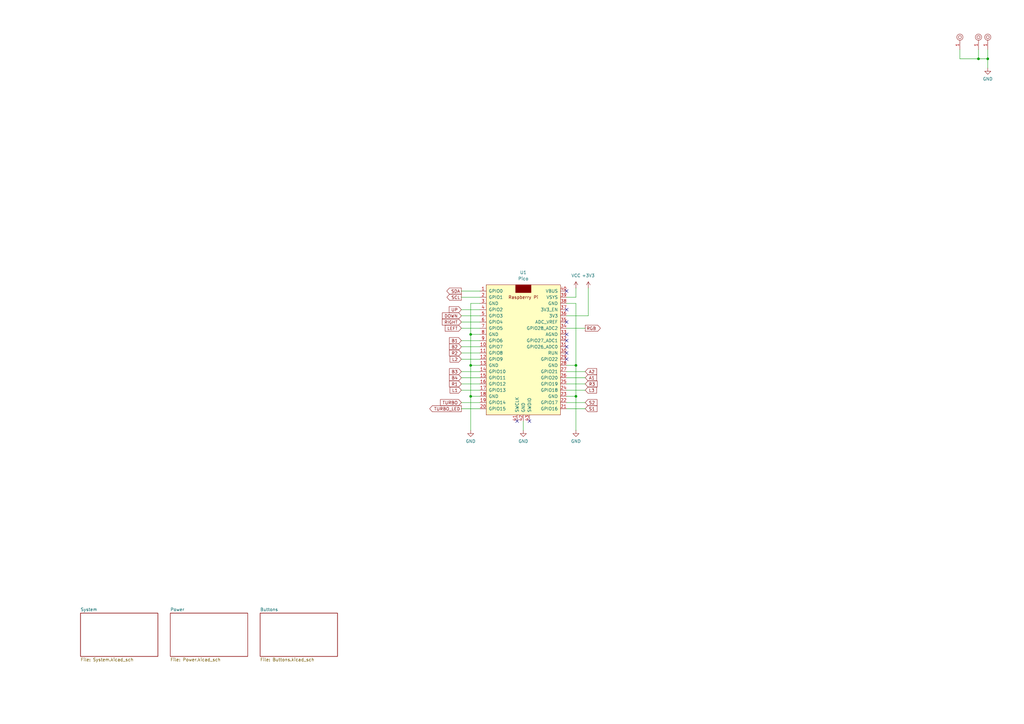
<source format=kicad_sch>
(kicad_sch (version 20231120) (generator "eeschema") (generator_version "8.0")
  (paper "A3")
  (title_block (title "Arcade 2040") (rev "A") (comment 3 "intermediary stepping stone until I figure out what everything actually does.") (comment 4 "A basic version of GP2040, does not include the regular JoyKey features. Intended as an"))
  (lib_symbols
    (symbol "mounting:Mounting_Pin" (pin_names (offset 1.016) hide)
      (symbol "Mounting_Pin_0_1"
        (circle (center 0 0) (radius 0.635))
        (circle (center 0 0) (radius 1.27))
      )
      (symbol "Mounting_Pin_1_1"
        (pin power_in line (at -5.08 0 0) (length 3.81) (name "Pin_1") (number "1"))
      )
    )
    (symbol "pi_pico:Pico" (pin_names (offset 1.016))
      (property "Reference" "U" (at -13.97 27.94 0))
      (property "Value" "Pico" (at 0 19.05 0))
      (symbol "Pico_0_0"
        (text "Raspberry Pi" (at 0 21.59 0) (effects (font (size 1.27 1.27))))
      )
      (symbol "Pico_0_1"
        (rectangle (start -15.24 26.67) (end 15.24 -26.67) (fill (type background)))
      )
      (symbol "Pico_1_1"
        (rectangle (start -3.175 26.67) (end 3.175 23.495) (fill (type outline)))
        (pin bidirectional line (at -17.78 24.13 0) (length 2.54) (name "GPIO0") (number "1"))
        (pin bidirectional line (at -17.78 1.27 0) (length 2.54) (name "GPIO7") (number "10"))
        (pin bidirectional line (at -17.78 -1.27 0) (length 2.54) (name "GPIO8") (number "11"))
        (pin bidirectional line (at -17.78 -3.81 0) (length 2.54) (name "GPIO9") (number "12"))
        (pin power_in line (at -17.78 -6.35 0) (length 2.54) (name "GND") (number "13"))
        (pin bidirectional line (at -17.78 -8.89 0) (length 2.54) (name "GPIO10") (number "14"))
        (pin bidirectional line (at -17.78 -11.43 0) (length 2.54) (name "GPIO11") (number "15"))
        (pin bidirectional line (at -17.78 -13.97 0) (length 2.54) (name "GPIO12") (number "16"))
        (pin bidirectional line (at -17.78 -16.51 0) (length 2.54) (name "GPIO13") (number "17"))
        (pin power_in line (at -17.78 -19.05 0) (length 2.54) (name "GND") (number "18"))
        (pin bidirectional line (at -17.78 -21.59 0) (length 2.54) (name "GPIO14") (number "19"))
        (pin bidirectional line (at -17.78 21.59 0) (length 2.54) (name "GPIO1") (number "2"))
        (pin bidirectional line (at -17.78 -24.13 0) (length 2.54) (name "GPIO15") (number "20"))
        (pin bidirectional line (at 17.78 -24.13 180) (length 2.54) (name "GPIO16") (number "21"))
        (pin bidirectional line (at 17.78 -21.59 180) (length 2.54) (name "GPIO17") (number "22"))
        (pin power_in line (at 17.78 -19.05 180) (length 2.54) (name "GND") (number "23"))
        (pin bidirectional line (at 17.78 -16.51 180) (length 2.54) (name "GPIO18") (number "24"))
        (pin bidirectional line (at 17.78 -13.97 180) (length 2.54) (name "GPIO19") (number "25"))
        (pin bidirectional line (at 17.78 -11.43 180) (length 2.54) (name "GPIO20") (number "26"))
        (pin bidirectional line (at 17.78 -8.89 180) (length 2.54) (name "GPIO21") (number "27"))
        (pin power_in line (at 17.78 -6.35 180) (length 2.54) (name "GND") (number "28"))
        (pin bidirectional line (at 17.78 -3.81 180) (length 2.54) (name "GPIO22") (number "29"))
        (pin power_in line (at -17.78 19.05 0) (length 2.54) (name "GND") (number "3"))
        (pin input line (at 17.78 -1.27 180) (length 2.54) (name "RUN") (number "30"))
        (pin bidirectional line (at 17.78 1.27 180) (length 2.54) (name "GPIO26_ADC0") (number "31"))
        (pin bidirectional line (at 17.78 3.81 180) (length 2.54) (name "GPIO27_ADC1") (number "32"))
        (pin power_in line (at 17.78 6.35 180) (length 2.54) (name "AGND") (number "33"))
        (pin bidirectional line (at 17.78 8.89 180) (length 2.54) (name "GPIO28_ADC2") (number "34"))
        (pin unspecified line (at 17.78 11.43 180) (length 2.54) (name "ADC_VREF") (number "35"))
        (pin power_out line (at 17.78 13.97 180) (length 2.54) (name "3V3") (number "36"))
        (pin input line (at 17.78 16.51 180) (length 2.54) (name "3V3_EN") (number "37"))
        (pin power_in line (at 17.78 19.05 180) (length 2.54) (name "GND") (number "38"))
        (pin power_in line (at 17.78 21.59 180) (length 2.54) (name "VSYS") (number "39"))
        (pin bidirectional line (at -17.78 16.51 0) (length 2.54) (name "GPIO2") (number "4"))
        (pin unspecified line (at 17.78 24.13 180) (length 2.54) (name "VBUS") (number "40"))
        (pin input line (at -2.54 -29.21 90) (length 2.54) (name "SWCLK") (number "41"))
        (pin power_in line (at 0 -29.21 90) (length 2.54) (name "GND") (number "42"))
        (pin bidirectional line (at 2.54 -29.21 90) (length 2.54) (name "SWDIO") (number "43"))
        (pin bidirectional line (at -17.78 13.97 0) (length 2.54) (name "GPIO3") (number "5"))
        (pin bidirectional line (at -17.78 11.43 0) (length 2.54) (name "GPIO4") (number "6"))
        (pin bidirectional line (at -17.78 8.89 0) (length 2.54) (name "GPIO5") (number "7"))
        (pin power_in line (at -17.78 6.35 0) (length 2.54) (name "GND") (number "8"))
        (pin bidirectional line (at -17.78 3.81 0) (length 2.54) (name "GPIO6") (number "9"))
      )
    )
    (symbol "power:+3V3" (power) (pin_numbers hide) (pin_names (offset 0) hide)
      (property "Value" "+3V3" (at 0 3.556 0))
      (symbol "+3V3_0_1"
        (polyline (pts (xy -0.762 1.27) (xy 0 2.54)))
        (polyline (pts (xy 0 0) (xy 0 2.54)))
        (polyline (pts (xy 0 2.54) (xy 0.762 1.27)))
      )
      (symbol "+3V3_1_1"
        (pin power_in line (at 0 0 90) (length 0) (name "~") (number "1"))
      )
    )
    (symbol "power:GND" (power) (pin_numbers hide) (pin_names (offset 0) hide)
      (property "Value" "GND" (at 0 -3.81 0))
      (symbol "GND_0_1"
        (polyline (pts (xy 0 0) (xy 0 -1.27) (xy 1.27 -1.27) (xy 0 -2.54) (xy -1.27 -1.27) (xy 0 -1.27)))
      )
      (symbol "GND_1_1"
        (pin power_in line (at 0 0 270) (length 0) (name "~") (number "1"))
      )
    )
    (symbol "power:VCC" (power) (pin_numbers hide) (pin_names (offset 0) hide)
      (property "Value" "VCC" (at 0 3.556 0))
      (symbol "VCC_0_1"
        (polyline (pts (xy -0.762 1.27) (xy 0 2.54)))
        (polyline (pts (xy 0 0) (xy 0 2.54)))
        (polyline (pts (xy 0 2.54) (xy 0.762 1.27)))
      )
      (symbol "VCC_1_1"
        (pin power_in line (at 0 0 90) (length 0) (name "~") (number "1"))
      )
    )
  )
  (junction (at 236.22 162.56))
  (junction (at 405.13 24.13))
  (junction (at 193.04 137.16))
  (junction (at 401.32 24.13))
  (junction (at 193.04 149.86))
  (junction (at 193.04 162.56))
  (junction (at 236.22 149.86))
  (no_connect (at 217.17 172.72))
  (no_connect (at 232.41 127))
  (no_connect (at 232.41 139.7))
  (no_connect (at 232.41 147.32))
  (no_connect (at 232.41 119.38))
  (no_connect (at 232.41 142.24))
  (no_connect (at 212.09 172.72))
  (no_connect (at 232.41 132.08))
  (no_connect (at 232.41 144.78))
  (no_connect (at 232.41 137.16))
  (wire (pts (xy 189.23 144.78) (xy 196.85 144.78)))
  (wire (pts (xy 189.23 132.08) (xy 196.85 132.08)))
  (wire (pts (xy 189.23 147.32) (xy 196.85 147.32)))
  (wire (pts (xy 232.41 121.92) (xy 236.22 121.92)))
  (wire (pts (xy 401.32 24.13) (xy 405.13 24.13)))
  (wire (pts (xy 236.22 118.11) (xy 236.22 121.92)))
  (wire (pts (xy 189.23 129.54) (xy 196.85 129.54)))
  (wire (pts (xy 193.04 162.56) (xy 196.85 162.56)))
  (wire (pts (xy 236.22 162.56) (xy 232.41 162.56)))
  (wire (pts (xy 193.04 149.86) (xy 196.85 149.86)))
  (wire (pts (xy 189.23 127) (xy 196.85 127)))
  (wire (pts (xy 193.04 124.46) (xy 193.04 137.16)))
  (wire (pts (xy 189.23 160.02) (xy 196.85 160.02)))
  (wire (pts (xy 189.23 139.7) (xy 196.85 139.7)))
  (wire (pts (xy 189.23 142.24) (xy 196.85 142.24)))
  (wire (pts (xy 236.22 149.86) (xy 236.22 162.56)))
  (wire (pts (xy 193.04 137.16) (xy 196.85 137.16)))
  (wire (pts (xy 189.23 121.92) (xy 196.85 121.92)))
  (wire (pts (xy 214.63 172.72) (xy 214.63 176.53)))
  (wire (pts (xy 405.13 24.13) (xy 405.13 27.94)))
  (wire (pts (xy 232.41 134.62) (xy 240.03 134.62)))
  (wire (pts (xy 193.04 137.16) (xy 193.04 149.86)))
  (wire (pts (xy 189.23 157.48) (xy 196.85 157.48)))
  (wire (pts (xy 236.22 162.56) (xy 236.22 176.53)))
  (wire (pts (xy 189.23 119.38) (xy 196.85 119.38)))
  (wire (pts (xy 232.41 160.02) (xy 240.03 160.02)))
  (wire (pts (xy 393.7 24.13) (xy 401.32 24.13)))
  (wire (pts (xy 232.41 165.1) (xy 240.03 165.1)))
  (wire (pts (xy 232.41 154.94) (xy 240.03 154.94)))
  (wire (pts (xy 196.85 124.46) (xy 193.04 124.46)))
  (wire (pts (xy 236.22 124.46) (xy 236.22 149.86)))
  (wire (pts (xy 236.22 149.86) (xy 232.41 149.86)))
  (wire (pts (xy 189.23 154.94) (xy 196.85 154.94)))
  (wire (pts (xy 401.32 20.32) (xy 401.32 24.13)))
  (wire (pts (xy 393.7 20.32) (xy 393.7 24.13)))
  (wire (pts (xy 193.04 149.86) (xy 193.04 162.56)))
  (wire (pts (xy 405.13 24.13) (xy 405.13 20.32)))
  (wire (pts (xy 189.23 165.1) (xy 196.85 165.1)))
  (wire (pts (xy 189.23 152.4) (xy 196.85 152.4)))
  (wire (pts (xy 232.41 167.64) (xy 240.03 167.64)))
  (wire (pts (xy 241.3 129.54) (xy 241.3 118.11)))
  (wire (pts (xy 193.04 162.56) (xy 193.04 176.53)))
  (wire (pts (xy 232.41 157.48) (xy 240.03 157.48)))
  (wire (pts (xy 232.41 124.46) (xy 236.22 124.46)))
  (wire (pts (xy 189.23 134.62) (xy 196.85 134.62)))
  (wire (pts (xy 240.03 152.4) (xy 232.41 152.4)))
  (wire (pts (xy 189.23 167.64) (xy 196.85 167.64)))
  (wire (pts (xy 232.41 129.54) (xy 241.3 129.54)))
  (global_label "B4" (shape input) (at 189.23 154.94 180) (property "Intersheetrefs" "${INTERSHEET_REFS}" (effects (hide yes))))
  (global_label "R2" (shape input) (at 189.23 144.78 180) (property "Intersheetrefs" "${INTERSHEET_REFS}" (effects (hide yes))))
  (global_label "SCL" (shape output) (at 189.23 121.92 180) (property "Intersheetrefs" "${INTERSHEET_REFS}" (effects (hide yes))))
  (global_label "L1" (shape input) (at 189.23 160.02 180) (property "Intersheetrefs" "${INTERSHEET_REFS}" (effects (hide yes))))
  (global_label "L3" (shape input) (at 240.03 160.02 0) (property "Intersheetrefs" "${INTERSHEET_REFS}" (effects (hide yes))))
  (global_label "RGB" (shape output) (at 240.03 134.62 0) (property "Intersheetrefs" "${INTERSHEET_REFS}" (effects (hide yes))))
  (global_label "TURBO" (shape input) (at 189.23 165.1 180) (property "Intersheetrefs" "${INTERSHEET_REFS}" (effects (hide yes))))
  (global_label "B1" (shape input) (at 189.23 139.7 180) (property "Intersheetrefs" "${INTERSHEET_REFS}" (effects (hide yes))))
  (global_label "LEFT" (shape input) (at 189.23 134.62 180) (property "Intersheetrefs" "${INTERSHEET_REFS}" (effects (hide yes))))
  (global_label "S2" (shape input) (at 240.03 165.1 0) (property "Intersheetrefs" "${INTERSHEET_REFS}" (effects (hide yes))))
  (global_label "TURBO_LED" (shape output) (at 189.23 167.64 180) (property "Intersheetrefs" "${INTERSHEET_REFS}" (effects (hide yes))))
  (global_label "S1" (shape input) (at 240.03 167.64 0) (property "Intersheetrefs" "${INTERSHEET_REFS}" (effects (hide yes))))
  (global_label "A2" (shape input) (at 240.03 152.4 0) (property "Intersheetrefs" "${INTERSHEET_REFS}" (effects (hide yes))))
  (global_label "B2" (shape input) (at 189.23 142.24 180) (property "Intersheetrefs" "${INTERSHEET_REFS}" (effects (hide yes))))
  (global_label "DOWN" (shape input) (at 189.23 129.54 180) (property "Intersheetrefs" "${INTERSHEET_REFS}" (effects (hide yes))))
  (global_label "B3" (shape input) (at 189.23 152.4 180) (property "Intersheetrefs" "${INTERSHEET_REFS}" (effects (hide yes))))
  (global_label "UP" (shape input) (at 189.23 127 180) (property "Intersheetrefs" "${INTERSHEET_REFS}" (effects (hide yes))))
  (global_label "R1" (shape input) (at 189.23 157.48 180) (property "Intersheetrefs" "${INTERSHEET_REFS}" (effects (hide yes))))
  (global_label "RIGHT" (shape input) (at 189.23 132.08 180) (property "Intersheetrefs" "${INTERSHEET_REFS}" (effects (hide yes))))
  (global_label "A1" (shape input) (at 240.03 154.94 0) (property "Intersheetrefs" "${INTERSHEET_REFS}" (effects (hide yes))))
  (global_label "R3" (shape input) (at 240.03 157.48 0) (property "Intersheetrefs" "${INTERSHEET_REFS}" (effects (hide yes))))
  (global_label "L2" (shape input) (at 189.23 147.32 180) (property "Intersheetrefs" "${INTERSHEET_REFS}" (effects (hide yes))))
  (global_label "SDA" (shape output) (at 189.23 119.38 180) (property "Intersheetrefs" "${INTERSHEET_REFS}" (effects (hide yes))))
  (symbol (lib_id "mounting:Mounting_Pin") (at 393.7 15.24 90) (unit 1)
    (property "Reference" "M1" (effects (hide yes)))
    (property "Value" "Mounting" (effects (hide yes)))
    (property "Footprint" "mounting:M3_pin" (effects (hide yes)))
    (property "Description" "Generic connector, single row, 01x01" (effects (hide yes)))
  )
  (symbol (lib_id "mounting:Mounting_Pin") (at 401.32 15.24 90) (unit 1)
    (property "Reference" "M3" (effects (hide yes)))
    (property "Value" "Mounting" (effects (hide yes)))
    (property "Footprint" "mounting:M3_pin" (effects (hide yes)))
    (property "Description" "Generic connector, single row, 01x01" (effects (hide yes)))
  )
  (symbol (lib_id "mounting:Mounting_Pin") (at 405.13 15.24 90) (unit 1)
    (property "Reference" "M4" (effects (hide yes)))
    (property "Value" "Mounting" (effects (hide yes)))
    (property "Footprint" "mounting:M3_pin" (effects (hide yes)))
    (property "Description" "Generic connector, single row, 01x01" (effects (hide yes)))
  )
  (symbol (lib_id "power:GND") (at 214.63 176.53 0) (unit 1)
    (property "Reference" "#PWR018" (effects (hide yes)))
    (property "Value" "GND" (at 214.63 180.975 0))
    (property "Description" "Power symbol creates a global label with name \"GND\" , ground" (effects (hide yes)))
  )
  (symbol (lib_id "power:GND") (at 236.22 176.53 0) (unit 1)
    (property "Reference" "#PWR05" (effects (hide yes)))
    (property "Value" "GND" (at 236.22 180.975 0))
    (property "Description" "Power symbol creates a global label with name \"GND\" , ground" (effects (hide yes)))
  )
  (symbol (lib_id "power:VCC") (at 236.22 118.11 0) (unit 1)
    (property "Reference" "#PWR03" (effects (hide yes)))
    (property "Value" "VCC" (at 236.22 113.03 0))
    (property "Description" "Power symbol creates a global label with name \"VCC\"" (effects (hide yes)))
  )
  (symbol (lib_id "power:+3V3") (at 241.3 118.11 0) (unit 1)
    (property "Reference" "#PWR07" (effects (hide yes)))
    (property "Value" "+3V3" (at 241.3 113.03 0))
    (property "Description" "Power symbol creates a global label with name \"+3V3\"" (effects (hide yes)))
  )
  (symbol (lib_id "power:GND") (at 193.04 176.53 0) (unit 1)
    (property "Reference" "#PWR04" (effects (hide yes)))
    (property "Value" "GND" (at 193.04 180.975 0))
    (property "Description" "Power symbol creates a global label with name \"GND\" , ground" (effects (hide yes)))
  )
  (symbol (lib_id "pi_pico:Pico") (at 214.63 143.51 0) (unit 1)
    (property "Reference" "U1" (at 214.63 111.76 0))
    (property "Value" "Pico" (at 214.63 114.3 0))
    (property "Footprint" "pi_pico:RPi_Pico_SMD_TH_Clean" (effects (hide yes)))
  )
  (symbol (lib_id "power:GND") (at 405.13 27.94 0) (unit 1)
    (property "Reference" "#PWR010" (effects (hide yes)))
    (property "Value" "GND" (at 405.13 32.385 0))
    (property "Description" "Power symbol creates a global label with name \"GND\" , ground" (effects (hide yes)))
  )
  (sheet (at 33.02 251.46) (size 31.75 17.78) (stroke (width 0.1524))
    (property "Sheetname" "System" (at 33.02 250.7484 0) (effects (justify left bottom)))
    (property "Sheetfile" "System.kicad_sch" (at 33.02 269.8246 0) (effects (justify left top)))
  )
  (sheet (at 69.85 251.46) (size 31.75 17.78) (stroke (width 0.1524))
    (property "Sheetname" "Power" (at 69.85 250.7484 0) (effects (justify left bottom)))
    (property "Sheetfile" "Power.kicad_sch" (at 69.85 269.8246 0) (effects (justify left top)))
  )
  (sheet (at 106.68 251.46) (size 31.75 17.78) (stroke (width 0.1524))
    (property "Sheetname" "Buttons" (at 106.68 250.7484 0) (effects (justify left bottom)))
    (property "Sheetfile" "Buttons.kicad_sch" (at 106.68 269.8246 0) (effects (justify left top)))
  )
)
</source>
